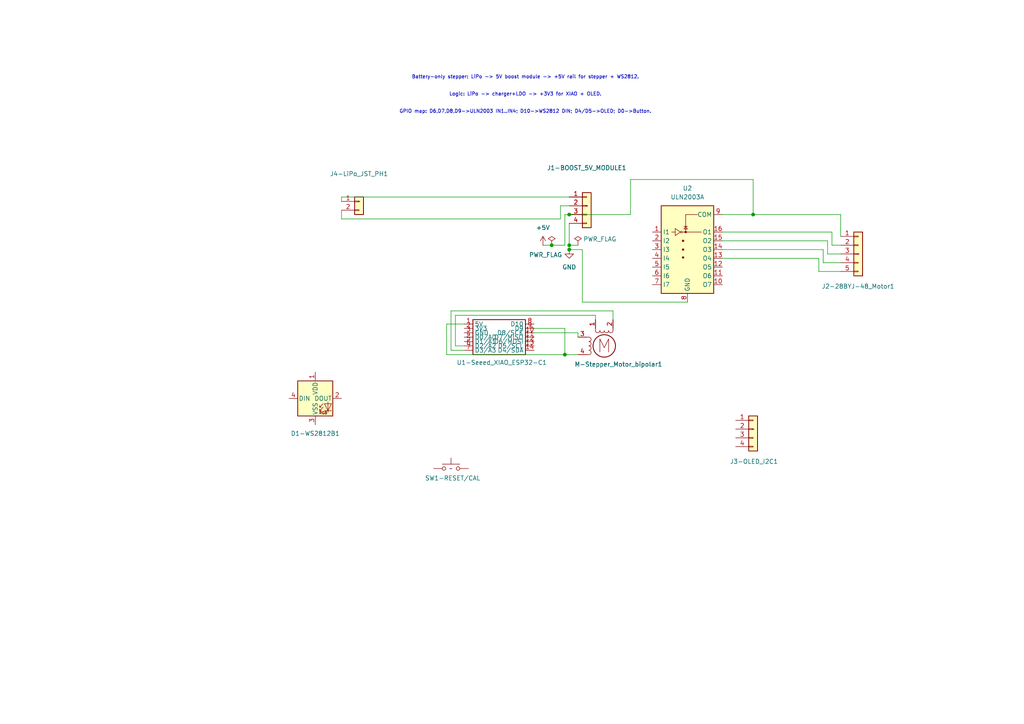
<source format=kicad_sch>
(kicad_sch
	(version 20250114)
	(generator "eeschema")
	(generator_version "9.0")
	(uuid "9b2f5272-f60c-4545-ba8e-e036ac46ecf8")
	(paper "A4")
	(title_block
		(title "Acoustic Dosimeter - Display PCB (Battery-only Stepper)")
		(rev "A")
		(company "TECHIN 514")
	)
	(lib_symbols
		(symbol "AcousticDosimeter:Seeed_XIAO_ESP32C3"
			(exclude_from_sim no)
			(in_bom yes)
			(on_board yes)
			(property "Reference" "U"
				(at 0 6 0)
				(effects
					(font
						(size 1.27 1.27)
					)
				)
			)
			(property "Value" "Seeed_XIAO_ESP32-C3"
				(at 0 -6 0)
				(effects
					(font
						(size 1.27 1.27)
					)
				)
			)
			(property "Footprint" ""
				(at 0 -7.5 0)
				(effects
					(font
						(size 1.27 1.27)
					)
					(hide yes)
				)
			)
			(property "Datasheet" "https://wiki.seeedstudio.com/XIAO_ESP32C3_Getting_Started/"
				(at 0 0 0)
				(effects
					(font
						(size 1.27 1.27)
					)
					(hide yes)
				)
			)
			(property "Description" ""
				(at 0 0 0)
				(effects
					(font
						(size 1.27 1.27)
					)
					(hide yes)
				)
			)
			(symbol "Seeed_XIAO_ESP32C3_0_0"
				(rectangle
					(start -7.62 5.08)
					(end 7.62 -5.08)
					(stroke
						(width 0.254)
						(type default)
					)
					(fill
						(type none)
					)
				)
				(pin power_in line
					(at -10.16 3.81 0)
					(length 2.54)
					(name "5V"
						(effects
							(font
								(size 1.27 1.27)
							)
						)
					)
					(number "1"
						(effects
							(font
								(size 1.27 1.27)
							)
						)
					)
				)
				(pin power_in line
					(at -10.16 2.54 0)
					(length 2.54)
					(name "3V3"
						(effects
							(font
								(size 1.27 1.27)
							)
						)
					)
					(number "2"
						(effects
							(font
								(size 1.27 1.27)
							)
						)
					)
				)
				(pin power_in line
					(at -10.16 1.27 0)
					(length 2.54)
					(name "GND"
						(effects
							(font
								(size 1.27 1.27)
							)
						)
					)
					(number "3"
						(effects
							(font
								(size 1.27 1.27)
							)
						)
					)
				)
				(pin bidirectional line
					(at -10.16 0 0)
					(length 2.54)
					(name "D0/A0"
						(effects
							(font
								(size 1.27 1.27)
							)
						)
					)
					(number "4"
						(effects
							(font
								(size 1.27 1.27)
							)
						)
					)
				)
				(pin bidirectional line
					(at -10.16 -1.27 0)
					(length 2.54)
					(name "D1/A1"
						(effects
							(font
								(size 1.27 1.27)
							)
						)
					)
					(number "5"
						(effects
							(font
								(size 1.27 1.27)
							)
						)
					)
				)
				(pin bidirectional line
					(at -10.16 -2.54 0)
					(length 2.54)
					(name "D2/A2"
						(effects
							(font
								(size 1.27 1.27)
							)
						)
					)
					(number "6"
						(effects
							(font
								(size 1.27 1.27)
							)
						)
					)
				)
				(pin bidirectional line
					(at -10.16 -3.81 0)
					(length 2.54)
					(name "D3/A3"
						(effects
							(font
								(size 1.27 1.27)
							)
						)
					)
					(number "7"
						(effects
							(font
								(size 1.27 1.27)
							)
						)
					)
				)
				(pin bidirectional line
					(at 10.16 3.81 180)
					(length 2.54)
					(name "D10"
						(effects
							(font
								(size 1.27 1.27)
							)
						)
					)
					(number "8"
						(effects
							(font
								(size 1.27 1.27)
							)
						)
					)
				)
				(pin bidirectional line
					(at 10.16 2.54 180)
					(length 2.54)
					(name "D9"
						(effects
							(font
								(size 1.27 1.27)
							)
						)
					)
					(number "9"
						(effects
							(font
								(size 1.27 1.27)
							)
						)
					)
				)
				(pin bidirectional line
					(at 10.16 1.27 180)
					(length 2.54)
					(name "D8/SCK"
						(effects
							(font
								(size 1.27 1.27)
							)
						)
					)
					(number "10"
						(effects
							(font
								(size 1.27 1.27)
							)
						)
					)
				)
				(pin bidirectional line
					(at 10.16 0 180)
					(length 2.54)
					(name "D7/MISO"
						(effects
							(font
								(size 1.27 1.27)
							)
						)
					)
					(number "11"
						(effects
							(font
								(size 1.27 1.27)
							)
						)
					)
				)
				(pin bidirectional line
					(at 10.16 -1.27 180)
					(length 2.54)
					(name "D6/MOSI"
						(effects
							(font
								(size 1.27 1.27)
							)
						)
					)
					(number "12"
						(effects
							(font
								(size 1.27 1.27)
							)
						)
					)
				)
				(pin bidirectional line
					(at 10.16 -2.54 180)
					(length 2.54)
					(name "D5/SCL"
						(effects
							(font
								(size 1.27 1.27)
							)
						)
					)
					(number "13"
						(effects
							(font
								(size 1.27 1.27)
							)
						)
					)
				)
				(pin bidirectional line
					(at 10.16 -3.81 180)
					(length 2.54)
					(name "D4/SDA"
						(effects
							(font
								(size 1.27 1.27)
							)
						)
					)
					(number "14"
						(effects
							(font
								(size 1.27 1.27)
							)
						)
					)
				)
			)
			(embedded_fonts no)
		)
		(symbol "Connector_Generic:Conn_01x02"
			(pin_names
				(offset 1.016)
				(hide yes)
			)
			(exclude_from_sim no)
			(in_bom yes)
			(on_board yes)
			(property "Reference" "J"
				(at 0 2.54 0)
				(effects
					(font
						(size 1.27 1.27)
					)
				)
			)
			(property "Value" "Conn_01x02"
				(at 0 -5.08 0)
				(effects
					(font
						(size 1.27 1.27)
					)
				)
			)
			(property "Footprint" ""
				(at 0 0 0)
				(effects
					(font
						(size 1.27 1.27)
					)
					(hide yes)
				)
			)
			(property "Datasheet" "~"
				(at 0 0 0)
				(effects
					(font
						(size 1.27 1.27)
					)
					(hide yes)
				)
			)
			(property "Description" "Generic connector, single row, 01x02, script generated (kicad-library-utils/schlib/autogen/connector/)"
				(at 0 0 0)
				(effects
					(font
						(size 1.27 1.27)
					)
					(hide yes)
				)
			)
			(property "ki_keywords" "connector"
				(at 0 0 0)
				(effects
					(font
						(size 1.27 1.27)
					)
					(hide yes)
				)
			)
			(property "ki_fp_filters" "Connector*:*_1x??_*"
				(at 0 0 0)
				(effects
					(font
						(size 1.27 1.27)
					)
					(hide yes)
				)
			)
			(symbol "Conn_01x02_1_1"
				(rectangle
					(start -1.27 1.27)
					(end 1.27 -3.81)
					(stroke
						(width 0.254)
						(type default)
					)
					(fill
						(type background)
					)
				)
				(rectangle
					(start -1.27 0.127)
					(end 0 -0.127)
					(stroke
						(width 0.1524)
						(type default)
					)
					(fill
						(type none)
					)
				)
				(rectangle
					(start -1.27 -2.413)
					(end 0 -2.667)
					(stroke
						(width 0.1524)
						(type default)
					)
					(fill
						(type none)
					)
				)
				(pin passive line
					(at -5.08 0 0)
					(length 3.81)
					(name "Pin_1"
						(effects
							(font
								(size 1.27 1.27)
							)
						)
					)
					(number "1"
						(effects
							(font
								(size 1.27 1.27)
							)
						)
					)
				)
				(pin passive line
					(at -5.08 -2.54 0)
					(length 3.81)
					(name "Pin_2"
						(effects
							(font
								(size 1.27 1.27)
							)
						)
					)
					(number "2"
						(effects
							(font
								(size 1.27 1.27)
							)
						)
					)
				)
			)
			(embedded_fonts no)
		)
		(symbol "Connector_Generic:Conn_01x04"
			(pin_names
				(offset 1.016)
				(hide yes)
			)
			(exclude_from_sim no)
			(in_bom yes)
			(on_board yes)
			(property "Reference" "J"
				(at 0 5.08 0)
				(effects
					(font
						(size 1.27 1.27)
					)
				)
			)
			(property "Value" "Conn_01x04"
				(at 0 -7.62 0)
				(effects
					(font
						(size 1.27 1.27)
					)
				)
			)
			(property "Footprint" ""
				(at 0 0 0)
				(effects
					(font
						(size 1.27 1.27)
					)
					(hide yes)
				)
			)
			(property "Datasheet" "~"
				(at 0 0 0)
				(effects
					(font
						(size 1.27 1.27)
					)
					(hide yes)
				)
			)
			(property "Description" "Generic connector, single row, 01x04, script generated (kicad-library-utils/schlib/autogen/connector/)"
				(at 0 0 0)
				(effects
					(font
						(size 1.27 1.27)
					)
					(hide yes)
				)
			)
			(property "ki_keywords" "connector"
				(at 0 0 0)
				(effects
					(font
						(size 1.27 1.27)
					)
					(hide yes)
				)
			)
			(property "ki_fp_filters" "Connector*:*_1x??_*"
				(at 0 0 0)
				(effects
					(font
						(size 1.27 1.27)
					)
					(hide yes)
				)
			)
			(symbol "Conn_01x04_1_1"
				(rectangle
					(start -1.27 3.81)
					(end 1.27 -6.35)
					(stroke
						(width 0.254)
						(type default)
					)
					(fill
						(type background)
					)
				)
				(rectangle
					(start -1.27 2.667)
					(end 0 2.413)
					(stroke
						(width 0.1524)
						(type default)
					)
					(fill
						(type none)
					)
				)
				(rectangle
					(start -1.27 0.127)
					(end 0 -0.127)
					(stroke
						(width 0.1524)
						(type default)
					)
					(fill
						(type none)
					)
				)
				(rectangle
					(start -1.27 -2.413)
					(end 0 -2.667)
					(stroke
						(width 0.1524)
						(type default)
					)
					(fill
						(type none)
					)
				)
				(rectangle
					(start -1.27 -4.953)
					(end 0 -5.207)
					(stroke
						(width 0.1524)
						(type default)
					)
					(fill
						(type none)
					)
				)
				(pin passive line
					(at -5.08 2.54 0)
					(length 3.81)
					(name "Pin_1"
						(effects
							(font
								(size 1.27 1.27)
							)
						)
					)
					(number "1"
						(effects
							(font
								(size 1.27 1.27)
							)
						)
					)
				)
				(pin passive line
					(at -5.08 0 0)
					(length 3.81)
					(name "Pin_2"
						(effects
							(font
								(size 1.27 1.27)
							)
						)
					)
					(number "2"
						(effects
							(font
								(size 1.27 1.27)
							)
						)
					)
				)
				(pin passive line
					(at -5.08 -2.54 0)
					(length 3.81)
					(name "Pin_3"
						(effects
							(font
								(size 1.27 1.27)
							)
						)
					)
					(number "3"
						(effects
							(font
								(size 1.27 1.27)
							)
						)
					)
				)
				(pin passive line
					(at -5.08 -5.08 0)
					(length 3.81)
					(name "Pin_4"
						(effects
							(font
								(size 1.27 1.27)
							)
						)
					)
					(number "4"
						(effects
							(font
								(size 1.27 1.27)
							)
						)
					)
				)
			)
			(embedded_fonts no)
		)
		(symbol "Connector_Generic:Conn_01x05"
			(pin_names
				(offset 1.016)
				(hide yes)
			)
			(exclude_from_sim no)
			(in_bom yes)
			(on_board yes)
			(property "Reference" "J"
				(at 0 7.62 0)
				(effects
					(font
						(size 1.27 1.27)
					)
				)
			)
			(property "Value" "Conn_01x05"
				(at 0 -7.62 0)
				(effects
					(font
						(size 1.27 1.27)
					)
				)
			)
			(property "Footprint" ""
				(at 0 0 0)
				(effects
					(font
						(size 1.27 1.27)
					)
					(hide yes)
				)
			)
			(property "Datasheet" "~"
				(at 0 0 0)
				(effects
					(font
						(size 1.27 1.27)
					)
					(hide yes)
				)
			)
			(property "Description" "Generic connector, single row, 01x05, script generated (kicad-library-utils/schlib/autogen/connector/)"
				(at 0 0 0)
				(effects
					(font
						(size 1.27 1.27)
					)
					(hide yes)
				)
			)
			(property "ki_keywords" "connector"
				(at 0 0 0)
				(effects
					(font
						(size 1.27 1.27)
					)
					(hide yes)
				)
			)
			(property "ki_fp_filters" "Connector*:*_1x??_*"
				(at 0 0 0)
				(effects
					(font
						(size 1.27 1.27)
					)
					(hide yes)
				)
			)
			(symbol "Conn_01x05_1_1"
				(rectangle
					(start -1.27 6.35)
					(end 1.27 -6.35)
					(stroke
						(width 0.254)
						(type default)
					)
					(fill
						(type background)
					)
				)
				(rectangle
					(start -1.27 5.207)
					(end 0 4.953)
					(stroke
						(width 0.1524)
						(type default)
					)
					(fill
						(type none)
					)
				)
				(rectangle
					(start -1.27 2.667)
					(end 0 2.413)
					(stroke
						(width 0.1524)
						(type default)
					)
					(fill
						(type none)
					)
				)
				(rectangle
					(start -1.27 0.127)
					(end 0 -0.127)
					(stroke
						(width 0.1524)
						(type default)
					)
					(fill
						(type none)
					)
				)
				(rectangle
					(start -1.27 -2.413)
					(end 0 -2.667)
					(stroke
						(width 0.1524)
						(type default)
					)
					(fill
						(type none)
					)
				)
				(rectangle
					(start -1.27 -4.953)
					(end 0 -5.207)
					(stroke
						(width 0.1524)
						(type default)
					)
					(fill
						(type none)
					)
				)
				(pin passive line
					(at -5.08 5.08 0)
					(length 3.81)
					(name "Pin_1"
						(effects
							(font
								(size 1.27 1.27)
							)
						)
					)
					(number "1"
						(effects
							(font
								(size 1.27 1.27)
							)
						)
					)
				)
				(pin passive line
					(at -5.08 2.54 0)
					(length 3.81)
					(name "Pin_2"
						(effects
							(font
								(size 1.27 1.27)
							)
						)
					)
					(number "2"
						(effects
							(font
								(size 1.27 1.27)
							)
						)
					)
				)
				(pin passive line
					(at -5.08 0 0)
					(length 3.81)
					(name "Pin_3"
						(effects
							(font
								(size 1.27 1.27)
							)
						)
					)
					(number "3"
						(effects
							(font
								(size 1.27 1.27)
							)
						)
					)
				)
				(pin passive line
					(at -5.08 -2.54 0)
					(length 3.81)
					(name "Pin_4"
						(effects
							(font
								(size 1.27 1.27)
							)
						)
					)
					(number "4"
						(effects
							(font
								(size 1.27 1.27)
							)
						)
					)
				)
				(pin passive line
					(at -5.08 -5.08 0)
					(length 3.81)
					(name "Pin_5"
						(effects
							(font
								(size 1.27 1.27)
							)
						)
					)
					(number "5"
						(effects
							(font
								(size 1.27 1.27)
							)
						)
					)
				)
			)
			(embedded_fonts no)
		)
		(symbol "Driver:ULN2003A"
			(pin_names
				(offset 0)
			)
			(exclude_from_sim no)
			(in_bom yes)
			(on_board yes)
			(property "Reference" ""
				(at 0 0 0)
				(effects
					(font
						(size 1.27 1.27)
					)
				)
			)
			(property "Value" ""
				(at 0 0 0)
				(effects
					(font
						(size 1.27 1.27)
					)
				)
			)
			(property "Footprint" ""
				(at 0 0 0)
				(effects
					(font
						(size 1.27 1.27)
					)
					(hide yes)
				)
			)
			(property "Datasheet" ""
				(at 0 0 0)
				(effects
					(font
						(size 1.27 1.27)
					)
					(hide yes)
				)
			)
			(property "Description" ""
				(at 0 0 0)
				(effects
					(font
						(size 1.27 1.27)
					)
					(hide yes)
				)
			)
			(embedded_fonts no)
		)
		(symbol "LED:WS2812B"
			(pin_names
				(offset 0.254)
			)
			(exclude_from_sim no)
			(in_bom yes)
			(on_board yes)
			(property "Reference" "D"
				(at 5.08 5.715 0)
				(effects
					(font
						(size 1.27 1.27)
					)
					(justify right bottom)
				)
			)
			(property "Value" "WS2812B"
				(at 1.27 -5.715 0)
				(effects
					(font
						(size 1.27 1.27)
					)
					(justify left top)
				)
			)
			(property "Footprint" "LED_SMD:LED_WS2812B_PLCC4_5.0x5.0mm_P3.2mm"
				(at 1.27 -7.62 0)
				(effects
					(font
						(size 1.27 1.27)
					)
					(justify left top)
					(hide yes)
				)
			)
			(property "Datasheet" "https://cdn-shop.adafruit.com/datasheets/WS2812B.pdf"
				(at 2.54 -9.525 0)
				(effects
					(font
						(size 1.27 1.27)
					)
					(justify left top)
					(hide yes)
				)
			)
			(property "Description" "RGB LED with integrated controller"
				(at 0 0 0)
				(effects
					(font
						(size 1.27 1.27)
					)
					(hide yes)
				)
			)
			(property "ki_keywords" "RGB LED NeoPixel addressable"
				(at 0 0 0)
				(effects
					(font
						(size 1.27 1.27)
					)
					(hide yes)
				)
			)
			(property "ki_fp_filters" "LED*WS2812*PLCC*5.0x5.0mm*P3.2mm*"
				(at 0 0 0)
				(effects
					(font
						(size 1.27 1.27)
					)
					(hide yes)
				)
			)
			(symbol "WS2812B_0_0"
				(text "RGB"
					(at 2.286 -4.191 0)
					(effects
						(font
							(size 0.762 0.762)
						)
					)
				)
			)
			(symbol "WS2812B_0_1"
				(polyline
					(pts
						(xy 1.27 -2.54) (xy 1.778 -2.54)
					)
					(stroke
						(width 0)
						(type default)
					)
					(fill
						(type none)
					)
				)
				(polyline
					(pts
						(xy 1.27 -3.556) (xy 1.778 -3.556)
					)
					(stroke
						(width 0)
						(type default)
					)
					(fill
						(type none)
					)
				)
				(polyline
					(pts
						(xy 2.286 -1.524) (xy 1.27 -2.54) (xy 1.27 -2.032)
					)
					(stroke
						(width 0)
						(type default)
					)
					(fill
						(type none)
					)
				)
				(polyline
					(pts
						(xy 2.286 -2.54) (xy 1.27 -3.556) (xy 1.27 -3.048)
					)
					(stroke
						(width 0)
						(type default)
					)
					(fill
						(type none)
					)
				)
				(polyline
					(pts
						(xy 3.683 -1.016) (xy 3.683 -3.556) (xy 3.683 -4.064)
					)
					(stroke
						(width 0)
						(type default)
					)
					(fill
						(type none)
					)
				)
				(polyline
					(pts
						(xy 4.699 -1.524) (xy 2.667 -1.524) (xy 3.683 -3.556) (xy 4.699 -1.524)
					)
					(stroke
						(width 0)
						(type default)
					)
					(fill
						(type none)
					)
				)
				(polyline
					(pts
						(xy 4.699 -3.556) (xy 2.667 -3.556)
					)
					(stroke
						(width 0)
						(type default)
					)
					(fill
						(type none)
					)
				)
				(rectangle
					(start 5.08 5.08)
					(end -5.08 -5.08)
					(stroke
						(width 0.254)
						(type default)
					)
					(fill
						(type background)
					)
				)
			)
			(symbol "WS2812B_1_1"
				(pin input line
					(at -7.62 0 0)
					(length 2.54)
					(name "DIN"
						(effects
							(font
								(size 1.27 1.27)
							)
						)
					)
					(number "4"
						(effects
							(font
								(size 1.27 1.27)
							)
						)
					)
				)
				(pin power_in line
					(at 0 7.62 270)
					(length 2.54)
					(name "VDD"
						(effects
							(font
								(size 1.27 1.27)
							)
						)
					)
					(number "1"
						(effects
							(font
								(size 1.27 1.27)
							)
						)
					)
				)
				(pin power_in line
					(at 0 -7.62 90)
					(length 2.54)
					(name "VSS"
						(effects
							(font
								(size 1.27 1.27)
							)
						)
					)
					(number "3"
						(effects
							(font
								(size 1.27 1.27)
							)
						)
					)
				)
				(pin output line
					(at 7.62 0 180)
					(length 2.54)
					(name "DOUT"
						(effects
							(font
								(size 1.27 1.27)
							)
						)
					)
					(number "2"
						(effects
							(font
								(size 1.27 1.27)
							)
						)
					)
				)
			)
			(embedded_fonts no)
		)
		(symbol "Motor:Stepper_Motor_bipolar"
			(pin_names
				(offset 0)
				(hide yes)
			)
			(exclude_from_sim no)
			(in_bom yes)
			(on_board yes)
			(property "Reference" "M"
				(at 3.81 2.54 0)
				(effects
					(font
						(size 1.27 1.27)
					)
					(justify left)
				)
			)
			(property "Value" "Stepper_Motor_bipolar"
				(at 3.81 1.27 0)
				(effects
					(font
						(size 1.27 1.27)
					)
					(justify left top)
				)
			)
			(property "Footprint" ""
				(at 0.254 -0.254 0)
				(effects
					(font
						(size 1.27 1.27)
					)
					(hide yes)
				)
			)
			(property "Datasheet" "http://www.infineon.com/dgdl/Application-Note-TLE8110EE_driving_UniPolarStepperMotor_V1.1.pdf?fileId=db3a30431be39b97011be5d0aa0a00b0"
				(at 0.254 -0.254 0)
				(effects
					(font
						(size 1.27 1.27)
					)
					(hide yes)
				)
			)
			(property "Description" "4-wire bipolar stepper motor"
				(at 0 0 0)
				(effects
					(font
						(size 1.27 1.27)
					)
					(hide yes)
				)
			)
			(property "ki_keywords" "bipolar stepper motor"
				(at 0 0 0)
				(effects
					(font
						(size 1.27 1.27)
					)
					(hide yes)
				)
			)
			(property "ki_fp_filters" "PinHeader*P2.54mm*Vertical* TerminalBlock* Motor*"
				(at 0 0 0)
				(effects
					(font
						(size 1.27 1.27)
					)
					(hide yes)
				)
			)
			(symbol "Stepper_Motor_bipolar_0_0"
				(polyline
					(pts
						(xy -1.27 -1.778) (xy -1.27 2.032) (xy 0 -0.508) (xy 1.27 2.032) (xy 1.27 -1.778)
					)
					(stroke
						(width 0)
						(type default)
					)
					(fill
						(type none)
					)
				)
			)
			(symbol "Stepper_Motor_bipolar_0_1"
				(polyline
					(pts
						(xy -5.08 2.54) (xy -4.445 2.54)
					)
					(stroke
						(width 0)
						(type default)
					)
					(fill
						(type none)
					)
				)
				(polyline
					(pts
						(xy -5.08 -2.54) (xy -4.445 -2.54)
					)
					(stroke
						(width 0)
						(type default)
					)
					(fill
						(type none)
					)
				)
				(arc
					(start -4.445 2.54)
					(mid -3.8127 1.905)
					(end -4.445 1.27)
					(stroke
						(width 0)
						(type default)
					)
					(fill
						(type none)
					)
				)
				(arc
					(start -4.445 1.27)
					(mid -3.8127 0.635)
					(end -4.445 0)
					(stroke
						(width 0)
						(type default)
					)
					(fill
						(type none)
					)
				)
				(arc
					(start -4.445 0)
					(mid -3.8127 -0.635)
					(end -4.445 -1.27)
					(stroke
						(width 0)
						(type default)
					)
					(fill
						(type none)
					)
				)
				(arc
					(start -4.445 -1.27)
					(mid -3.8127 -1.905)
					(end -4.445 -2.54)
					(stroke
						(width 0)
						(type default)
					)
					(fill
						(type none)
					)
				)
				(polyline
					(pts
						(xy -2.54 5.08) (xy -2.54 4.445)
					)
					(stroke
						(width 0)
						(type default)
					)
					(fill
						(type none)
					)
				)
				(arc
					(start -1.27 4.445)
					(mid -1.905 3.8127)
					(end -2.54 4.445)
					(stroke
						(width 0)
						(type default)
					)
					(fill
						(type none)
					)
				)
				(arc
					(start 0 4.445)
					(mid -0.635 3.8127)
					(end -1.27 4.445)
					(stroke
						(width 0)
						(type default)
					)
					(fill
						(type none)
					)
				)
				(circle
					(center 0 0)
					(radius 3.2512)
					(stroke
						(width 0.254)
						(type default)
					)
					(fill
						(type none)
					)
				)
				(arc
					(start 1.27 4.445)
					(mid 0.635 3.8127)
					(end 0 4.445)
					(stroke
						(width 0)
						(type default)
					)
					(fill
						(type none)
					)
				)
				(arc
					(start 2.54 4.445)
					(mid 1.905 3.8127)
					(end 1.27 4.445)
					(stroke
						(width 0)
						(type default)
					)
					(fill
						(type none)
					)
				)
				(polyline
					(pts
						(xy 2.54 5.08) (xy 2.54 4.445)
					)
					(stroke
						(width 0)
						(type default)
					)
					(fill
						(type none)
					)
				)
			)
			(symbol "Stepper_Motor_bipolar_1_1"
				(pin passive line
					(at -7.62 2.54 0)
					(length 2.54)
					(name "~"
						(effects
							(font
								(size 1.27 1.27)
							)
						)
					)
					(number "3"
						(effects
							(font
								(size 1.27 1.27)
							)
						)
					)
				)
				(pin passive line
					(at -7.62 -2.54 0)
					(length 2.54)
					(name "~"
						(effects
							(font
								(size 1.27 1.27)
							)
						)
					)
					(number "4"
						(effects
							(font
								(size 1.27 1.27)
							)
						)
					)
				)
				(pin passive line
					(at -2.54 7.62 270)
					(length 2.54)
					(name "~"
						(effects
							(font
								(size 1.27 1.27)
							)
						)
					)
					(number "1"
						(effects
							(font
								(size 1.27 1.27)
							)
						)
					)
				)
				(pin passive line
					(at 2.54 7.62 270)
					(length 2.54)
					(name "-"
						(effects
							(font
								(size 1.27 1.27)
							)
						)
					)
					(number "2"
						(effects
							(font
								(size 1.27 1.27)
							)
						)
					)
				)
			)
			(embedded_fonts no)
		)
		(symbol "Switch:SW_Push"
			(pin_numbers
				(hide yes)
			)
			(pin_names
				(offset 1.016)
				(hide yes)
			)
			(exclude_from_sim no)
			(in_bom yes)
			(on_board yes)
			(property "Reference" "SW"
				(at 1.27 2.54 0)
				(effects
					(font
						(size 1.27 1.27)
					)
					(justify left)
				)
			)
			(property "Value" "SW_Push"
				(at 0 -1.524 0)
				(effects
					(font
						(size 1.27 1.27)
					)
				)
			)
			(property "Footprint" ""
				(at 0 5.08 0)
				(effects
					(font
						(size 1.27 1.27)
					)
					(hide yes)
				)
			)
			(property "Datasheet" "~"
				(at 0 5.08 0)
				(effects
					(font
						(size 1.27 1.27)
					)
					(hide yes)
				)
			)
			(property "Description" "Push button switch, generic, two pins"
				(at 0 0 0)
				(effects
					(font
						(size 1.27 1.27)
					)
					(hide yes)
				)
			)
			(property "ki_keywords" "switch normally-open pushbutton push-button"
				(at 0 0 0)
				(effects
					(font
						(size 1.27 1.27)
					)
					(hide yes)
				)
			)
			(symbol "SW_Push_0_1"
				(circle
					(center -2.032 0)
					(radius 0.508)
					(stroke
						(width 0)
						(type default)
					)
					(fill
						(type none)
					)
				)
				(polyline
					(pts
						(xy 0 1.27) (xy 0 3.048)
					)
					(stroke
						(width 0)
						(type default)
					)
					(fill
						(type none)
					)
				)
				(circle
					(center 2.032 0)
					(radius 0.508)
					(stroke
						(width 0)
						(type default)
					)
					(fill
						(type none)
					)
				)
				(polyline
					(pts
						(xy 2.54 1.27) (xy -2.54 1.27)
					)
					(stroke
						(width 0)
						(type default)
					)
					(fill
						(type none)
					)
				)
				(pin passive line
					(at -5.08 0 0)
					(length 2.54)
					(name "1"
						(effects
							(font
								(size 1.27 1.27)
							)
						)
					)
					(number "1"
						(effects
							(font
								(size 1.27 1.27)
							)
						)
					)
				)
				(pin passive line
					(at 5.08 0 180)
					(length 2.54)
					(name "2"
						(effects
							(font
								(size 1.27 1.27)
							)
						)
					)
					(number "2"
						(effects
							(font
								(size 1.27 1.27)
							)
						)
					)
				)
			)
			(embedded_fonts no)
		)
		(symbol "Transistor_Array:ULN2003A"
			(exclude_from_sim no)
			(in_bom yes)
			(on_board yes)
			(property "Reference" "U"
				(at 0 15.875 0)
				(effects
					(font
						(size 1.27 1.27)
					)
				)
			)
			(property "Value" "ULN2003A"
				(at 0 13.97 0)
				(effects
					(font
						(size 1.27 1.27)
					)
				)
			)
			(property "Footprint" ""
				(at 1.27 -13.97 0)
				(effects
					(font
						(size 1.27 1.27)
					)
					(justify left)
					(hide yes)
				)
			)
			(property "Datasheet" "http://www.ti.com/lit/ds/symlink/uln2003a.pdf"
				(at 2.54 -5.08 0)
				(effects
					(font
						(size 1.27 1.27)
					)
					(hide yes)
				)
			)
			(property "Description" "High Voltage, High Current Darlington Transistor Arrays, SOIC16/SOIC16W/DIP16/TSSOP16"
				(at 0 0 0)
				(effects
					(font
						(size 1.27 1.27)
					)
					(hide yes)
				)
			)
			(property "ki_keywords" "darlington transistor array"
				(at 0 0 0)
				(effects
					(font
						(size 1.27 1.27)
					)
					(hide yes)
				)
			)
			(property "ki_fp_filters" "DIP*W7.62mm* SOIC*3.9x9.9mm*P1.27mm* SSOP*4.4x5.2mm*P0.65mm* TSSOP*4.4x5mm*P0.65mm* SOIC*W*5.3x10.2mm*P1.27mm*"
				(at 0 0 0)
				(effects
					(font
						(size 1.27 1.27)
					)
					(hide yes)
				)
			)
			(symbol "ULN2003A_0_1"
				(rectangle
					(start -7.62 -12.7)
					(end 7.62 12.7)
					(stroke
						(width 0.254)
						(type default)
					)
					(fill
						(type background)
					)
				)
				(polyline
					(pts
						(xy -4.572 5.08) (xy -3.556 5.08)
					)
					(stroke
						(width 0)
						(type default)
					)
					(fill
						(type none)
					)
				)
				(polyline
					(pts
						(xy -3.556 6.096) (xy -3.556 4.064) (xy -2.032 5.08) (xy -3.556 6.096)
					)
					(stroke
						(width 0)
						(type default)
					)
					(fill
						(type none)
					)
				)
				(circle
					(center -1.778 5.08)
					(radius 0.254)
					(stroke
						(width 0)
						(type default)
					)
					(fill
						(type none)
					)
				)
				(polyline
					(pts
						(xy -1.524 5.08) (xy 4.064 5.08)
					)
					(stroke
						(width 0)
						(type default)
					)
					(fill
						(type none)
					)
				)
				(circle
					(center -1.27 2.54)
					(radius 0.254)
					(stroke
						(width 0)
						(type default)
					)
					(fill
						(type outline)
					)
				)
				(circle
					(center -1.27 0)
					(radius 0.254)
					(stroke
						(width 0)
						(type default)
					)
					(fill
						(type outline)
					)
				)
				(circle
					(center -1.27 -2.286)
					(radius 0.254)
					(stroke
						(width 0)
						(type default)
					)
					(fill
						(type outline)
					)
				)
				(circle
					(center -0.508 5.08)
					(radius 0.254)
					(stroke
						(width 0)
						(type default)
					)
					(fill
						(type outline)
					)
				)
				(polyline
					(pts
						(xy -0.508 5.08) (xy -0.508 10.16) (xy 2.921 10.16)
					)
					(stroke
						(width 0)
						(type default)
					)
					(fill
						(type none)
					)
				)
				(polyline
					(pts
						(xy 0 6.731) (xy -1.016 6.731)
					)
					(stroke
						(width 0)
						(type default)
					)
					(fill
						(type none)
					)
				)
				(polyline
					(pts
						(xy 0 5.969) (xy -1.016 5.969) (xy -0.508 6.731) (xy 0 5.969)
					)
					(stroke
						(width 0)
						(type default)
					)
					(fill
						(type none)
					)
				)
			)
			(symbol "ULN2003A_1_1"
				(pin input line
					(at -10.16 5.08 0)
					(length 2.54)
					(name "I1"
						(effects
							(font
								(size 1.27 1.27)
							)
						)
					)
					(number "1"
						(effects
							(font
								(size 1.27 1.27)
							)
						)
					)
				)
				(pin input line
					(at -10.16 2.54 0)
					(length 2.54)
					(name "I2"
						(effects
							(font
								(size 1.27 1.27)
							)
						)
					)
					(number "2"
						(effects
							(font
								(size 1.27 1.27)
							)
						)
					)
				)
				(pin input line
					(at -10.16 0 0)
					(length 2.54)
					(name "I3"
						(effects
							(font
								(size 1.27 1.27)
							)
						)
					)
					(number "3"
						(effects
							(font
								(size 1.27 1.27)
							)
						)
					)
				)
				(pin input line
					(at -10.16 -2.54 0)
					(length 2.54)
					(name "I4"
						(effects
							(font
								(size 1.27 1.27)
							)
						)
					)
					(number "4"
						(effects
							(font
								(size 1.27 1.27)
							)
						)
					)
				)
				(pin input line
					(at -10.16 -5.08 0)
					(length 2.54)
					(name "I5"
						(effects
							(font
								(size 1.27 1.27)
							)
						)
					)
					(number "5"
						(effects
							(font
								(size 1.27 1.27)
							)
						)
					)
				)
				(pin input line
					(at -10.16 -7.62 0)
					(length 2.54)
					(name "I6"
						(effects
							(font
								(size 1.27 1.27)
							)
						)
					)
					(number "6"
						(effects
							(font
								(size 1.27 1.27)
							)
						)
					)
				)
				(pin input line
					(at -10.16 -10.16 0)
					(length 2.54)
					(name "I7"
						(effects
							(font
								(size 1.27 1.27)
							)
						)
					)
					(number "7"
						(effects
							(font
								(size 1.27 1.27)
							)
						)
					)
				)
				(pin power_in line
					(at 0 -15.24 90)
					(length 2.54)
					(name "GND"
						(effects
							(font
								(size 1.27 1.27)
							)
						)
					)
					(number "8"
						(effects
							(font
								(size 1.27 1.27)
							)
						)
					)
				)
				(pin passive line
					(at 10.16 10.16 180)
					(length 2.54)
					(name "COM"
						(effects
							(font
								(size 1.27 1.27)
							)
						)
					)
					(number "9"
						(effects
							(font
								(size 1.27 1.27)
							)
						)
					)
				)
				(pin open_collector line
					(at 10.16 5.08 180)
					(length 2.54)
					(name "O1"
						(effects
							(font
								(size 1.27 1.27)
							)
						)
					)
					(number "16"
						(effects
							(font
								(size 1.27 1.27)
							)
						)
					)
				)
				(pin open_collector line
					(at 10.16 2.54 180)
					(length 2.54)
					(name "O2"
						(effects
							(font
								(size 1.27 1.27)
							)
						)
					)
					(number "15"
						(effects
							(font
								(size 1.27 1.27)
							)
						)
					)
				)
				(pin open_collector line
					(at 10.16 0 180)
					(length 2.54)
					(name "O3"
						(effects
							(font
								(size 1.27 1.27)
							)
						)
					)
					(number "14"
						(effects
							(font
								(size 1.27 1.27)
							)
						)
					)
				)
				(pin open_collector line
					(at 10.16 -2.54 180)
					(length 2.54)
					(name "O4"
						(effects
							(font
								(size 1.27 1.27)
							)
						)
					)
					(number "13"
						(effects
							(font
								(size 1.27 1.27)
							)
						)
					)
				)
				(pin open_collector line
					(at 10.16 -5.08 180)
					(length 2.54)
					(name "O5"
						(effects
							(font
								(size 1.27 1.27)
							)
						)
					)
					(number "12"
						(effects
							(font
								(size 1.27 1.27)
							)
						)
					)
				)
				(pin open_collector line
					(at 10.16 -7.62 180)
					(length 2.54)
					(name "O6"
						(effects
							(font
								(size 1.27 1.27)
							)
						)
					)
					(number "11"
						(effects
							(font
								(size 1.27 1.27)
							)
						)
					)
				)
				(pin open_collector line
					(at 10.16 -10.16 180)
					(length 2.54)
					(name "O7"
						(effects
							(font
								(size 1.27 1.27)
							)
						)
					)
					(number "10"
						(effects
							(font
								(size 1.27 1.27)
							)
						)
					)
				)
			)
			(embedded_fonts no)
		)
		(symbol "power:+5V"
			(power)
			(pin_numbers
				(hide yes)
			)
			(pin_names
				(offset 0)
				(hide yes)
			)
			(exclude_from_sim no)
			(in_bom yes)
			(on_board yes)
			(property "Reference" "#PWR"
				(at 0 -3.81 0)
				(effects
					(font
						(size 1.27 1.27)
					)
					(hide yes)
				)
			)
			(property "Value" "+5V"
				(at 0 3.556 0)
				(effects
					(font
						(size 1.27 1.27)
					)
				)
			)
			(property "Footprint" ""
				(at 0 0 0)
				(effects
					(font
						(size 1.27 1.27)
					)
					(hide yes)
				)
			)
			(property "Datasheet" ""
				(at 0 0 0)
				(effects
					(font
						(size 1.27 1.27)
					)
					(hide yes)
				)
			)
			(property "Description" "Power symbol creates a global label with name \"+5V\""
				(at 0 0 0)
				(effects
					(font
						(size 1.27 1.27)
					)
					(hide yes)
				)
			)
			(property "ki_keywords" "global power"
				(at 0 0 0)
				(effects
					(font
						(size 1.27 1.27)
					)
					(hide yes)
				)
			)
			(symbol "+5V_0_1"
				(polyline
					(pts
						(xy -0.762 1.27) (xy 0 2.54)
					)
					(stroke
						(width 0)
						(type default)
					)
					(fill
						(type none)
					)
				)
				(polyline
					(pts
						(xy 0 2.54) (xy 0.762 1.27)
					)
					(stroke
						(width 0)
						(type default)
					)
					(fill
						(type none)
					)
				)
				(polyline
					(pts
						(xy 0 0) (xy 0 2.54)
					)
					(stroke
						(width 0)
						(type default)
					)
					(fill
						(type none)
					)
				)
			)
			(symbol "+5V_1_1"
				(pin power_in line
					(at 0 0 90)
					(length 0)
					(name "~"
						(effects
							(font
								(size 1.27 1.27)
							)
						)
					)
					(number "1"
						(effects
							(font
								(size 1.27 1.27)
							)
						)
					)
				)
			)
			(embedded_fonts no)
		)
		(symbol "power:GND"
			(power)
			(pin_numbers
				(hide yes)
			)
			(pin_names
				(offset 0)
				(hide yes)
			)
			(exclude_from_sim no)
			(in_bom yes)
			(on_board yes)
			(property "Reference" "#PWR"
				(at 0 -6.35 0)
				(effects
					(font
						(size 1.27 1.27)
					)
					(hide yes)
				)
			)
			(property "Value" "GND"
				(at 0 -3.81 0)
				(effects
					(font
						(size 1.27 1.27)
					)
				)
			)
			(property "Footprint" ""
				(at 0 0 0)
				(effects
					(font
						(size 1.27 1.27)
					)
					(hide yes)
				)
			)
			(property "Datasheet" ""
				(at 0 0 0)
				(effects
					(font
						(size 1.27 1.27)
					)
					(hide yes)
				)
			)
			(property "Description" "Power symbol creates a global label with name \"GND\" , ground"
				(at 0 0 0)
				(effects
					(font
						(size 1.27 1.27)
					)
					(hide yes)
				)
			)
			(property "ki_keywords" "global power"
				(at 0 0 0)
				(effects
					(font
						(size 1.27 1.27)
					)
					(hide yes)
				)
			)
			(symbol "GND_0_1"
				(polyline
					(pts
						(xy 0 0) (xy 0 -1.27) (xy 1.27 -1.27) (xy 0 -2.54) (xy -1.27 -1.27) (xy 0 -1.27)
					)
					(stroke
						(width 0)
						(type default)
					)
					(fill
						(type none)
					)
				)
			)
			(symbol "GND_1_1"
				(pin power_in line
					(at 0 0 270)
					(length 0)
					(name "~"
						(effects
							(font
								(size 1.27 1.27)
							)
						)
					)
					(number "1"
						(effects
							(font
								(size 1.27 1.27)
							)
						)
					)
				)
			)
			(embedded_fonts no)
		)
		(symbol "power:PWR_FLAG"
			(power)
			(pin_numbers
				(hide yes)
			)
			(pin_names
				(offset 0)
				(hide yes)
			)
			(exclude_from_sim no)
			(in_bom yes)
			(on_board yes)
			(property "Reference" "#FLG"
				(at 0 1.905 0)
				(effects
					(font
						(size 1.27 1.27)
					)
					(hide yes)
				)
			)
			(property "Value" "PWR_FLAG"
				(at 0 3.81 0)
				(effects
					(font
						(size 1.27 1.27)
					)
				)
			)
			(property "Footprint" ""
				(at 0 0 0)
				(effects
					(font
						(size 1.27 1.27)
					)
					(hide yes)
				)
			)
			(property "Datasheet" "~"
				(at 0 0 0)
				(effects
					(font
						(size 1.27 1.27)
					)
					(hide yes)
				)
			)
			(property "Description" "Special symbol for telling ERC where power comes from"
				(at 0 0 0)
				(effects
					(font
						(size 1.27 1.27)
					)
					(hide yes)
				)
			)
			(property "ki_keywords" "flag power"
				(at 0 0 0)
				(effects
					(font
						(size 1.27 1.27)
					)
					(hide yes)
				)
			)
			(symbol "PWR_FLAG_0_0"
				(pin power_out line
					(at 0 0 90)
					(length 0)
					(name "~"
						(effects
							(font
								(size 1.27 1.27)
							)
						)
					)
					(number "1"
						(effects
							(font
								(size 1.27 1.27)
							)
						)
					)
				)
			)
			(symbol "PWR_FLAG_0_1"
				(polyline
					(pts
						(xy 0 0) (xy 0 1.27) (xy -1.016 1.905) (xy 0 2.54) (xy 1.016 1.905) (xy 0 1.27)
					)
					(stroke
						(width 0)
						(type default)
					)
					(fill
						(type none)
					)
				)
			)
			(embedded_fonts no)
		)
	)
	(text "Logic: LiPo -> charger+LDO -> +3V3 for XIAO + OLED."
		(exclude_from_sim no)
		(at 152.4 27.432 0)
		(effects
			(font
				(size 1 1)
			)
		)
		(uuid "3e2b10f3-42ef-4f01-8d5c-cb0804ad8c88")
	)
	(text "Battery-only stepper: LiPo -> 5V boost module -> +5V rail for stepper + WS2812."
		(exclude_from_sim no)
		(at 152.4 22.432 0)
		(effects
			(font
				(size 1 1)
			)
		)
		(uuid "8a4eb617-b90c-4183-bd81-0394444c480b")
	)
	(text "GPIO map: D6,D7,D8,D9->ULN2003 IN1..IN4; D10->WS2812 DIN; D4/D5->OLED; D0->Button."
		(exclude_from_sim no)
		(at 152.4 32.432 0)
		(effects
			(font
				(size 1 1)
			)
		)
		(uuid "aab86bde-40a2-4701-8b72-95d02bdfac1f")
	)
	(junction
		(at 165.1 71.12)
		(diameter 0)
		(color 0 0 0 0)
		(uuid "10ee8d09-a97e-40e0-a40d-f7650b58f54f")
	)
	(junction
		(at 165.1 72.39)
		(diameter 0)
		(color 0 0 0 0)
		(uuid "27ade81c-adad-4510-9217-a87c47dd0459")
	)
	(junction
		(at 165.1 62.23)
		(diameter 0)
		(color 0 0 0 0)
		(uuid "c946f50e-6b4e-4200-907c-e0c65f3b78ff")
	)
	(junction
		(at 163.83 102.87)
		(diameter 0)
		(color 0 0 0 0)
		(uuid "cc47494c-d85a-44f1-a4c1-07a22ff6bc82")
	)
	(junction
		(at 218.44 62.23)
		(diameter 0)
		(color 0 0 0 0)
		(uuid "d131530d-9426-4d97-a31c-95f19fbc044d")
	)
	(junction
		(at 160.02 71.12)
		(diameter 0)
		(color 0 0 0 0)
		(uuid "ffae53c2-16ec-411e-a151-2097279e7c54")
	)
	(wire
		(pts
			(xy 218.44 62.23) (xy 243.84 62.23)
		)
		(stroke
			(width 0)
			(type default)
		)
		(uuid "0dd71415-25d5-4fa5-b145-9f42c52fe4c7")
	)
	(wire
		(pts
			(xy 130.81 90.17) (xy 177.8 90.17)
		)
		(stroke
			(width 0)
			(type default)
		)
		(uuid "17dafa13-08b4-43c3-889e-2f22a5d660b9")
	)
	(wire
		(pts
			(xy 218.44 52.07) (xy 218.44 62.23)
		)
		(stroke
			(width 0)
			(type default)
		)
		(uuid "18ac1770-a338-4abc-bd34-c0aad8a71828")
	)
	(wire
		(pts
			(xy 160.02 71.12) (xy 163.83 71.12)
		)
		(stroke
			(width 0)
			(type default)
		)
		(uuid "19854182-7bcc-497b-a811-870212201f50")
	)
	(wire
		(pts
			(xy 167.64 96.52) (xy 167.64 97.79)
		)
		(stroke
			(width 0)
			(type default)
		)
		(uuid "1b45b589-3bd4-4567-bcb7-8f33d6be8a44")
	)
	(wire
		(pts
			(xy 209.55 62.23) (xy 218.44 62.23)
		)
		(stroke
			(width 0)
			(type default)
		)
		(uuid "226884b0-8545-494a-a4e1-4020754c9b1d")
	)
	(wire
		(pts
			(xy 163.83 102.87) (xy 167.64 102.87)
		)
		(stroke
			(width 0)
			(type default)
		)
		(uuid "2cd7768b-3f8e-4f8a-8bd6-f4e7bb8b52c2")
	)
	(wire
		(pts
			(xy 209.55 69.85) (xy 240.03 69.85)
		)
		(stroke
			(width 0)
			(type default)
		)
		(uuid "31e009d9-f502-46d7-a767-f2106d8b62ee")
	)
	(wire
		(pts
			(xy 182.88 52.07) (xy 218.44 52.07)
		)
		(stroke
			(width 0)
			(type default)
		)
		(uuid "33196e32-2b65-4384-bc46-14808772a66d")
	)
	(wire
		(pts
			(xy 129.54 102.87) (xy 163.83 102.87)
		)
		(stroke
			(width 0)
			(type default)
		)
		(uuid "3581846a-3b53-4686-87fb-e7428d2d74d6")
	)
	(wire
		(pts
			(xy 165.1 71.12) (xy 165.1 72.39)
		)
		(stroke
			(width 0)
			(type default)
		)
		(uuid "3e5bd102-29ee-4428-bc0a-19aeded595c9")
	)
	(wire
		(pts
			(xy 209.55 67.31) (xy 241.3 67.31)
		)
		(stroke
			(width 0)
			(type default)
		)
		(uuid "3e9c5205-6299-4ab7-bf58-f973a30bb353")
	)
	(wire
		(pts
			(xy 165.1 64.77) (xy 165.1 71.12)
		)
		(stroke
			(width 0)
			(type default)
		)
		(uuid "43f24eb7-109a-477b-ba0e-d1bcb1c335a9")
	)
	(wire
		(pts
			(xy 129.54 93.98) (xy 134.62 93.98)
		)
		(stroke
			(width 0)
			(type default)
		)
		(uuid "4ef5f062-07d7-4190-be91-727df7a1fb04")
	)
	(wire
		(pts
			(xy 130.81 101.6) (xy 130.81 90.17)
		)
		(stroke
			(width 0)
			(type default)
		)
		(uuid "53b6c4b9-ef51-421a-b743-32b2ca8b4632")
	)
	(wire
		(pts
			(xy 154.94 96.52) (xy 167.64 96.52)
		)
		(stroke
			(width 0)
			(type default)
		)
		(uuid "5562858c-5912-4760-8db6-f9cda728ee1c")
	)
	(wire
		(pts
			(xy 129.54 102.87) (xy 129.54 93.98)
		)
		(stroke
			(width 0)
			(type default)
		)
		(uuid "55d44a43-2d33-4e6c-b231-1e1d093e8743")
	)
	(wire
		(pts
			(xy 199.39 87.63) (xy 168.91 87.63)
		)
		(stroke
			(width 0)
			(type default)
		)
		(uuid "5afd39a3-eb63-462c-8532-0082d0d47d54")
	)
	(wire
		(pts
			(xy 237.49 78.74) (xy 243.84 78.74)
		)
		(stroke
			(width 0)
			(type default)
		)
		(uuid "5ea5d25c-13d8-4ae5-b978-54576fb45d98")
	)
	(wire
		(pts
			(xy 99.06 60.96) (xy 99.06 63.5)
		)
		(stroke
			(width 0)
			(type default)
		)
		(uuid "706b27be-94b3-43d8-970e-d7445f09adc6")
	)
	(wire
		(pts
			(xy 237.49 74.93) (xy 237.49 78.74)
		)
		(stroke
			(width 0)
			(type default)
		)
		(uuid "71bca857-f8e0-4606-ba92-b4ec8e7c6f25")
	)
	(wire
		(pts
			(xy 163.83 71.12) (xy 163.83 62.23)
		)
		(stroke
			(width 0)
			(type default)
		)
		(uuid "7eb38163-2cab-4f51-ac0d-c2dd348cb268")
	)
	(wire
		(pts
			(xy 99.06 58.42) (xy 99.06 57.15)
		)
		(stroke
			(width 0)
			(type default)
		)
		(uuid "7fdd7db0-3647-4e28-8dd9-416175ec0a81")
	)
	(wire
		(pts
			(xy 209.55 74.93) (xy 237.49 74.93)
		)
		(stroke
			(width 0)
			(type default)
		)
		(uuid "82593031-9691-4db4-b26c-ad0955927cfb")
	)
	(wire
		(pts
			(xy 162.56 59.69) (xy 165.1 59.69)
		)
		(stroke
			(width 0)
			(type default)
		)
		(uuid "8abe2b75-bf1d-4ec9-8434-ce1398a32163")
	)
	(wire
		(pts
			(xy 132.08 100.33) (xy 132.08 91.44)
		)
		(stroke
			(width 0)
			(type default)
		)
		(uuid "8d669c11-b724-45d4-8502-953349362834")
	)
	(wire
		(pts
			(xy 241.3 71.12) (xy 243.84 71.12)
		)
		(stroke
			(width 0)
			(type default)
		)
		(uuid "90ac066b-2fcd-499a-a41b-63be3b1ae826")
	)
	(wire
		(pts
			(xy 157.48 71.12) (xy 160.02 71.12)
		)
		(stroke
			(width 0)
			(type default)
		)
		(uuid "90bf9562-bb06-49ea-b830-f9e6aeb7d38e")
	)
	(wire
		(pts
			(xy 238.76 76.2) (xy 243.84 76.2)
		)
		(stroke
			(width 0)
			(type default)
		)
		(uuid "91cdef6c-8fc4-43c5-aa6a-c0f529ef6757")
	)
	(wire
		(pts
			(xy 167.64 71.12) (xy 165.1 71.12)
		)
		(stroke
			(width 0)
			(type default)
		)
		(uuid "9209a380-5bb8-4ccf-bcb8-dc1179b41c0e")
	)
	(wire
		(pts
			(xy 162.56 63.5) (xy 162.56 59.69)
		)
		(stroke
			(width 0)
			(type default)
		)
		(uuid "9d293524-fcc7-4a35-a731-ecfd45b20a82")
	)
	(wire
		(pts
			(xy 99.06 57.15) (xy 165.1 57.15)
		)
		(stroke
			(width 0)
			(type default)
		)
		(uuid "a72c95e7-5676-4dc5-8d64-9e4bdb945257")
	)
	(wire
		(pts
			(xy 134.62 100.33) (xy 132.08 100.33)
		)
		(stroke
			(width 0)
			(type default)
		)
		(uuid "aaf00577-e3a4-4af3-8d88-fdf3e52e98f8")
	)
	(wire
		(pts
			(xy 132.08 91.44) (xy 172.72 91.44)
		)
		(stroke
			(width 0)
			(type default)
		)
		(uuid "b09bb5b8-fe19-4012-af0d-e9896d364886")
	)
	(wire
		(pts
			(xy 163.83 95.25) (xy 163.83 102.87)
		)
		(stroke
			(width 0)
			(type default)
		)
		(uuid "b0fa325a-fd9a-43a7-b35e-7d0928397be0")
	)
	(wire
		(pts
			(xy 99.06 63.5) (xy 162.56 63.5)
		)
		(stroke
			(width 0)
			(type default)
		)
		(uuid "b1887371-a5b0-4cfc-9d15-032fe16aede8")
	)
	(wire
		(pts
			(xy 240.03 69.85) (xy 240.03 73.66)
		)
		(stroke
			(width 0)
			(type default)
		)
		(uuid "b8d70ed6-59c5-43a5-9734-19f24a34d89c")
	)
	(wire
		(pts
			(xy 168.91 72.39) (xy 165.1 72.39)
		)
		(stroke
			(width 0)
			(type default)
		)
		(uuid "b9a874db-c822-43d7-8f73-0b43ac9f036e")
	)
	(wire
		(pts
			(xy 154.94 95.25) (xy 163.83 95.25)
		)
		(stroke
			(width 0)
			(type default)
		)
		(uuid "bb40a04e-0cc6-41b6-a37a-a951711fd57a")
	)
	(wire
		(pts
			(xy 209.55 72.39) (xy 238.76 72.39)
		)
		(stroke
			(width 0)
			(type default)
		)
		(uuid "c311ce7c-c129-44e1-a5d8-3f3840125e07")
	)
	(wire
		(pts
			(xy 168.91 87.63) (xy 168.91 72.39)
		)
		(stroke
			(width 0)
			(type default)
		)
		(uuid "c5fa79d9-704a-4a67-8b12-47113a146dc7")
	)
	(wire
		(pts
			(xy 134.62 101.6) (xy 130.81 101.6)
		)
		(stroke
			(width 0)
			(type default)
		)
		(uuid "c8354c9c-7e0e-4587-a020-afb2b959c470")
	)
	(wire
		(pts
			(xy 172.72 91.44) (xy 172.72 92.71)
		)
		(stroke
			(width 0)
			(type default)
		)
		(uuid "c93939d1-2038-4704-993a-f4c2b57a7888")
	)
	(wire
		(pts
			(xy 241.3 67.31) (xy 241.3 71.12)
		)
		(stroke
			(width 0)
			(type default)
		)
		(uuid "d36f9603-f738-4338-aa2d-4d15774a65ca")
	)
	(wire
		(pts
			(xy 243.84 62.23) (xy 243.84 68.58)
		)
		(stroke
			(width 0)
			(type default)
		)
		(uuid "d6bc79b7-62a4-4404-a1d8-cf7d123006f2")
	)
	(wire
		(pts
			(xy 165.1 62.23) (xy 182.88 62.23)
		)
		(stroke
			(width 0)
			(type default)
		)
		(uuid "efd34d62-96ae-493a-911d-cef6ce0d31c8")
	)
	(wire
		(pts
			(xy 177.8 90.17) (xy 177.8 92.71)
		)
		(stroke
			(width 0)
			(type default)
		)
		(uuid "f150e18d-b99f-40aa-b303-c07a4a97c2a3")
	)
	(wire
		(pts
			(xy 182.88 62.23) (xy 182.88 52.07)
		)
		(stroke
			(width 0)
			(type default)
		)
		(uuid "f4757895-ebd1-4b17-9aaa-1604378e2253")
	)
	(wire
		(pts
			(xy 163.83 62.23) (xy 165.1 62.23)
		)
		(stroke
			(width 0)
			(type default)
		)
		(uuid "f4983354-768a-4773-9a49-64ada5515837")
	)
	(wire
		(pts
			(xy 238.76 72.39) (xy 238.76 76.2)
		)
		(stroke
			(width 0)
			(type default)
		)
		(uuid "f4c977e3-3fcd-4d01-ad34-76a3099958b8")
	)
	(wire
		(pts
			(xy 240.03 73.66) (xy 243.84 73.66)
		)
		(stroke
			(width 0)
			(type default)
		)
		(uuid "fcdd981e-a9f4-4209-a7e7-84ed3b221513")
	)
	(symbol
		(lib_id "Motor:Stepper_Motor_bipolar")
		(at 175.26 100.33 0)
		(unit 1)
		(exclude_from_sim no)
		(in_bom yes)
		(on_board yes)
		(dnp no)
		(uuid "04bc7e22-b2bf-4d02-b4e6-275836f282b1")
		(property "Reference" "M-Stepper_Motor_bipolar1"
			(at 166.624 105.664 0)
			(effects
				(font
					(size 1.27 1.27)
				)
				(justify left)
			)
		)
		(property "Value" "Stepper_Motor_bipolar"
			(at 180.34 100.749 0)
			(effects
				(font
					(size 1.27 1.27)
				)
				(justify left)
				(hide yes)
			)
		)
		(property "Footprint" ""
			(at 175.514 100.584 0)
			(effects
				(font
					(size 1.27 1.27)
				)
				(hide yes)
			)
		)
		(property "Datasheet" "http://www.infineon.com/dgdl/Application-Note-TLE8110EE_driving_UniPolarStepperMotor_V1.1.pdf?fileId=db3a30431be39b97011be5d0aa0a00b0"
			(at 175.514 100.584 0)
			(effects
				(font
					(size 1.27 1.27)
				)
				(hide yes)
			)
		)
		(property "Description" "4-wire bipolar stepper motor"
			(at 175.26 100.33 0)
			(effects
				(font
					(size 1.27 1.27)
				)
				(hide yes)
			)
		)
		(pin "4"
			(uuid "8f65cad3-8f06-4f1a-9142-0a477ce387a7")
		)
		(pin "1"
			(uuid "266e04eb-f578-4f94-8e87-f91538ed86cb")
		)
		(pin "2"
			(uuid "92519b8c-8080-4974-a2b6-03492c9757ad")
		)
		(pin "3"
			(uuid "22609e2c-9a48-40fc-8a66-37869b0e9534")
		)
		(instances
			(project ""
				(path "/9b2f5272-f60c-4545-ba8e-e036ac46ecf8"
					(reference "M-Stepper_Motor_bipolar1")
					(unit 1)
				)
			)
		)
	)
	(symbol
		(lib_id "Switch:SW_Push")
		(at 130.81 135.89 0)
		(unit 1)
		(exclude_from_sim no)
		(in_bom yes)
		(on_board yes)
		(dnp no)
		(uuid "14738ea9-3d7d-48c1-af5b-5492f1cdb054")
		(property "Reference" "SW1-RESET/CAL"
			(at 131.318 138.684 0)
			(effects
				(font
					(size 1.27 1.27)
				)
			)
		)
		(property "Value" "RESET/CAL"
			(at 130.81 142.89 0)
			(effects
				(font
					(size 1.27 1.27)
				)
				(hide yes)
			)
		)
		(property "Footprint" ""
			(at 130.81 135.89 0)
			(effects
				(font
					(size 1.27 1.27)
				)
			)
		)
		(property "Datasheet" "~"
			(at 130.81 135.89 0)
			(effects
				(font
					(size 1.27 1.27)
				)
			)
		)
		(property "Description" "Push button switch, generic, two pins"
			(at 130.81 135.89 0)
			(effects
				(font
					(size 1.27 1.27)
				)
				(hide yes)
			)
		)
		(pin "2"
			(uuid "92ce3b25-634c-4d70-803f-0474a4791c8d")
		)
		(pin "1"
			(uuid "531f5da1-8180-46c7-bd48-e0a9bf64d010")
		)
		(instances
			(project "AcousticDosimeter_display"
				(path "/9b2f5272-f60c-4545-ba8e-e036ac46ecf8"
					(reference "SW1-RESET/CAL")
					(unit 1)
				)
			)
		)
	)
	(symbol
		(lib_id "LED:WS2812B")
		(at 91.44 115.57 0)
		(unit 1)
		(exclude_from_sim no)
		(in_bom yes)
		(on_board yes)
		(dnp no)
		(uuid "1b815a69-30f3-4056-9b46-2c4314eda56e")
		(property "Reference" "D1-WS2812B1"
			(at 91.44 125.73 0)
			(effects
				(font
					(size 1.27 1.27)
				)
			)
		)
		(property "Value" "WS2812B"
			(at 91.44 123.57 0)
			(effects
				(font
					(size 1.27 1.27)
				)
				(hide yes)
			)
		)
		(property "Footprint" "LED_SMD:LED_WS2812B_PLCC4_5.0x5.0mm_P3.2mm"
			(at 92.71 104.394 0)
			(effects
				(font
					(size 1.27 1.27)
				)
				(hide yes)
			)
		)
		(property "Datasheet" "https://cdn-shop.adafruit.com/datasheets/WS2812B.pdf"
			(at 91.44 115.57 0)
			(effects
				(font
					(size 1.27 1.27)
				)
				(hide yes)
			)
		)
		(property "Description" "RGB LED with integrated controller"
			(at 91.44 125.984 0)
			(effects
				(font
					(size 1.27 1.27)
				)
				(hide yes)
			)
		)
		(pin "1"
			(uuid "102d5b6a-434d-428e-be31-6ad5481ee12a")
		)
		(pin "2"
			(uuid "79c50d5f-3512-4f3c-be73-97369c28b838")
		)
		(pin "4"
			(uuid "e384d974-5c16-4a0e-a405-5fdfbf0fcaf9")
		)
		(pin "3"
			(uuid "53d3c6e1-c18a-4ee1-a805-7de40e46370f")
		)
		(instances
			(project "AcousticDosimeter_display"
				(path "/9b2f5272-f60c-4545-ba8e-e036ac46ecf8"
					(reference "D1-WS2812B1")
					(unit 1)
				)
			)
		)
	)
	(symbol
		(lib_id "Connector_Generic:Conn_01x02")
		(at 104.14 58.42 0)
		(unit 1)
		(exclude_from_sim no)
		(in_bom yes)
		(on_board yes)
		(dnp no)
		(uuid "53c07fc4-aa1c-432d-a378-87472a8f341a")
		(property "Reference" "J4-LiPo_JST_PH1"
			(at 104.14 50.42 0)
			(effects
				(font
					(size 1.27 1.27)
				)
			)
		)
		(property "Value" "LiPo_JST_PH"
			(at 104.14 66.42 0)
			(effects
				(font
					(size 1.27 1.27)
				)
				(hide yes)
			)
		)
		(property "Footprint" ""
			(at 104.14 58.42 0)
			(effects
				(font
					(size 1.27 1.27)
				)
			)
		)
		(property "Datasheet" "~"
			(at 104.14 58.42 0)
			(effects
				(font
					(size 1.27 1.27)
				)
			)
		)
		(property "Description" "Generic connector, single row, 01x02, script generated (kicad-library-utils/schlib/autogen/connector/)"
			(at 105.26 54.39 0)
			(effects
				(font
					(size 1.27 1.27)
				)
				(hide yes)
			)
		)
		(pin "2"
			(uuid "f9b47aa4-7196-4f9d-a86e-f48fa3e71a4c")
		)
		(pin "1"
			(uuid "3ba2937b-8b2d-4ae1-aaf8-3fb07be66503")
		)
		(instances
			(project "AcousticDosimeter_display"
				(path "/9b2f5272-f60c-4545-ba8e-e036ac46ecf8"
					(reference "J4-LiPo_JST_PH1")
					(unit 1)
				)
			)
		)
	)
	(symbol
		(lib_id "AcousticDosimeter:Seeed_XIAO_ESP32C3")
		(at 144.78 97.79 0)
		(unit 1)
		(exclude_from_sim no)
		(in_bom yes)
		(on_board yes)
		(dnp no)
		(uuid "540f73c8-282c-4c65-afd6-82512ceaec91")
		(property "Reference" "U1-Seeed_XIAO_ESP32-C1"
			(at 145.542 105.156 0)
			(effects
				(font
					(size 1.27 1.27)
				)
			)
		)
		(property "Value" "Seeed_XIAO_ESP32-C3"
			(at 144.78 114.79 0)
			(effects
				(font
					(size 1.27 1.27)
				)
				(hide yes)
			)
		)
		(property "Footprint" ""
			(at 144.78 97.79 0)
			(effects
				(font
					(size 1.27 1.27)
				)
			)
		)
		(property "Datasheet" "https://wiki.seeedstudio.com/XIAO_ESP32C3_Getting_Started/"
			(at 144.78 97.79 0)
			(effects
				(font
					(size 1.27 1.27)
				)
				(hide yes)
			)
		)
		(property "Description" ""
			(at 144.78 97.79 0)
			(effects
				(font
					(size 1.27 1.27)
				)
			)
		)
		(pin "9"
			(uuid "1c2c0b56-3497-492a-9ba9-afaacbd08303")
		)
		(pin "8"
			(uuid "87cb112b-6580-48fc-b040-8961aa755b4c")
		)
		(pin "1"
			(uuid "0e06c9d7-ac52-47b0-9f3b-7a822f511fc4")
		)
		(pin "14"
			(uuid "e50f1400-e84c-439b-b516-a099af404cbe")
		)
		(pin "4"
			(uuid "cbc64d46-fffc-4c9b-88ee-6165c7b5b298")
		)
		(pin "7"
			(uuid "6d04a834-3115-47e7-afc9-ca1762a3efd5")
		)
		(pin "5"
			(uuid "a9efca73-7d0f-4f00-b43a-53cea19f5f85")
		)
		(pin "12"
			(uuid "e58f93a3-a79d-4db4-bf8a-771aaf81f550")
		)
		(pin "13"
			(uuid "de8477fc-2c4c-43eb-b406-7d7a9ebc4bf9")
		)
		(pin "2"
			(uuid "d8addbd9-ba42-409f-9e2c-f2bad8e8d5cc")
		)
		(pin "3"
			(uuid "1067c4fe-380a-45ca-ac48-b7a3a2aec6af")
		)
		(pin "6"
			(uuid "862d5024-1f77-4e38-a97e-5ab27aad75ac")
		)
		(pin "10"
			(uuid "a0944e13-44d7-4055-8f2d-bdd0dc89512e")
		)
		(pin "11"
			(uuid "570331bc-5c49-4361-9f4c-549c3eace980")
		)
		(instances
			(project "AcousticDosimeter_display"
				(path "/9b2f5272-f60c-4545-ba8e-e036ac46ecf8"
					(reference "U1-Seeed_XIAO_ESP32-C1")
					(unit 1)
				)
			)
		)
	)
	(symbol
		(lib_id "power:+5V")
		(at 157.48 71.12 0)
		(unit 1)
		(exclude_from_sim no)
		(in_bom yes)
		(on_board yes)
		(dnp no)
		(fields_autoplaced yes)
		(uuid "597ecdf5-b16e-4f9f-96f5-2f95d06c833e")
		(property "Reference" "#PWR01"
			(at 157.48 74.93 0)
			(effects
				(font
					(size 1.27 1.27)
				)
				(hide yes)
			)
		)
		(property "Value" "+5V"
			(at 157.48 66.04 0)
			(effects
				(font
					(size 1.27 1.27)
				)
			)
		)
		(property "Footprint" ""
			(at 157.48 71.12 0)
			(effects
				(font
					(size 1.27 1.27)
				)
				(hide yes)
			)
		)
		(property "Datasheet" ""
			(at 157.48 71.12 0)
			(effects
				(font
					(size 1.27 1.27)
				)
				(hide yes)
			)
		)
		(property "Description" "Power symbol creates a global label with name \"+5V\""
			(at 157.48 71.12 0)
			(effects
				(font
					(size 1.27 1.27)
				)
				(hide yes)
			)
		)
		(pin "1"
			(uuid "75d7ccc6-5a5d-4854-8456-892ca332160a")
		)
		(instances
			(project ""
				(path "/9b2f5272-f60c-4545-ba8e-e036ac46ecf8"
					(reference "#PWR01")
					(unit 1)
				)
			)
		)
	)
	(symbol
		(lib_id "Connector_Generic:Conn_01x05")
		(at 248.92 73.66 0)
		(unit 1)
		(exclude_from_sim no)
		(in_bom yes)
		(on_board yes)
		(dnp no)
		(uuid "5d89c29b-ee1e-4be6-8c7a-10098a7349e1")
		(property "Reference" "J2-28BYJ-48_Motor1"
			(at 248.884 83.054 0)
			(effects
				(font
					(size 1.27 1.27)
				)
			)
		)
		(property "Value" "28BYJ-48_Motor"
			(at 248.92 84.66 0)
			(effects
				(font
					(size 1.27 1.27)
				)
				(hide yes)
			)
		)
		(property "Footprint" ""
			(at 248.92 73.66 0)
			(effects
				(font
					(size 1.27 1.27)
				)
			)
		)
		(property "Datasheet" "~"
			(at 248.92 73.66 0)
			(effects
				(font
					(size 1.27 1.27)
				)
			)
		)
		(property "Description" "Generic connector, single row, 01x05, script generated (kicad-library-utils/schlib/autogen/connector/)"
			(at 248.376 65.274 0)
			(effects
				(font
					(size 1.27 1.27)
				)
				(hide yes)
			)
		)
		(pin "1"
			(uuid "300c8899-2e30-4a10-94f3-48b2a551a672")
		)
		(pin "4"
			(uuid "e258e3e1-3694-4fa0-928c-1d4847b66148")
		)
		(pin "2"
			(uuid "f6a9a30e-eaf0-468c-bcac-65706c4f460c")
		)
		(pin "3"
			(uuid "7f1d7938-bc6a-4783-9120-61e36cdd60ee")
		)
		(pin "5"
			(uuid "dac04f29-781a-4030-9087-ed88f8e81b33")
		)
		(instances
			(project "AcousticDosimeter_display"
				(path "/9b2f5272-f60c-4545-ba8e-e036ac46ecf8"
					(reference "J2-28BYJ-48_Motor1")
					(unit 1)
				)
			)
		)
	)
	(symbol
		(lib_id "Driver:ULN2003A")
		(at 175 95 0)
		(unit 1)
		(exclude_from_sim no)
		(in_bom yes)
		(on_board yes)
		(dnp no)
		(uuid "732cf073-026c-4aa2-ae40-0f597aaf9174")
		(property "Reference" "U-ULN2003A1"
			(at 196.342 82.042 0)
			(effects
				(font
					(size 1.27 1.27)
				)
				(hide yes)
			)
		)
		(property "Value" "ULN2003A"
			(at 175 115 0)
			(effects
				(font
					(size 1.27 1.27)
				)
				(hide yes)
			)
		)
		(property "Footprint" ""
			(at 175 95 0)
			(effects
				(font
					(size 1.27 1.27)
				)
			)
		)
		(property "Datasheet" ""
			(at 175 95 0)
			(effects
				(font
					(size 1.27 1.27)
				)
			)
		)
		(property "Description" ""
			(at 175 95 0)
			(effects
				(font
					(size 1.27 1.27)
				)
			)
		)
		(instances
			(project "AcousticDosimeter_display"
				(path "/9b2f5272-f60c-4545-ba8e-e036ac46ecf8"
					(reference "U-ULN2003A1")
					(unit 1)
				)
			)
		)
	)
	(symbol
		(lib_id "Connector_Generic:Conn_01x04")
		(at 218.44 124.46 0)
		(unit 1)
		(exclude_from_sim no)
		(in_bom yes)
		(on_board yes)
		(dnp no)
		(uuid "87ae6db6-d64c-4a4a-9a37-7afea5c95e7e")
		(property "Reference" "J3-OLED_I2C1"
			(at 218.694 133.858 0)
			(effects
				(font
					(size 1.27 1.27)
				)
			)
		)
		(property "Value" "OLED_I2C"
			(at 218.44 135.46 0)
			(effects
				(font
					(size 1.27 1.27)
				)
				(hide yes)
			)
		)
		(property "Footprint" ""
			(at 218.44 124.46 0)
			(effects
				(font
					(size 1.27 1.27)
				)
			)
		)
		(property "Datasheet" "~"
			(at 218.44 124.46 0)
			(effects
				(font
					(size 1.27 1.27)
				)
			)
		)
		(property "Description" "Generic connector, single row, 01x04, script generated (kicad-library-utils/schlib/autogen/connector/)"
			(at 220.472 138.938 0)
			(effects
				(font
					(size 1.27 1.27)
				)
				(hide yes)
			)
		)
		(pin "4"
			(uuid "410065d4-803b-4b4e-aeb3-380a58d5181f")
		)
		(pin "1"
			(uuid "2645259e-b3d7-42b6-a931-9da5a453359e")
		)
		(pin "3"
			(uuid "5528084d-d350-4428-a30a-58d9ad3d320a")
		)
		(pin "2"
			(uuid "726ea01e-d607-456c-9f25-afa627413a76")
		)
		(instances
			(project "AcousticDosimeter_display"
				(path "/9b2f5272-f60c-4545-ba8e-e036ac46ecf8"
					(reference "J3-OLED_I2C1")
					(unit 1)
				)
			)
		)
	)
	(symbol
		(lib_id "power:GND")
		(at 165.1 72.39 0)
		(unit 1)
		(exclude_from_sim no)
		(in_bom yes)
		(on_board yes)
		(dnp no)
		(fields_autoplaced yes)
		(uuid "8b33e581-a02a-40c2-8793-07d82dcf6b18")
		(property "Reference" "#PWR02"
			(at 165.1 78.74 0)
			(effects
				(font
					(size 1.27 1.27)
				)
				(hide yes)
			)
		)
		(property "Value" "GND"
			(at 165.1 77.47 0)
			(effects
				(font
					(size 1.27 1.27)
				)
			)
		)
		(property "Footprint" ""
			(at 165.1 72.39 0)
			(effects
				(font
					(size 1.27 1.27)
				)
				(hide yes)
			)
		)
		(property "Datasheet" ""
			(at 165.1 72.39 0)
			(effects
				(font
					(size 1.27 1.27)
				)
				(hide yes)
			)
		)
		(property "Description" "Power symbol creates a global label with name \"GND\" , ground"
			(at 165.1 72.39 0)
			(effects
				(font
					(size 1.27 1.27)
				)
				(hide yes)
			)
		)
		(pin "1"
			(uuid "d41a45a8-39dc-4ce6-ba57-a11a525f1dae")
		)
		(instances
			(project ""
				(path "/9b2f5272-f60c-4545-ba8e-e036ac46ecf8"
					(reference "#PWR02")
					(unit 1)
				)
			)
		)
	)
	(symbol
		(lib_id "Connector_Generic:Conn_01x04")
		(at 170.18 59.69 0)
		(unit 1)
		(exclude_from_sim no)
		(in_bom yes)
		(on_board yes)
		(dnp no)
		(uuid "8b9227d9-a8c8-480d-9e2d-6d834217deb8")
		(property "Reference" "J1-BOOST_5V_MODULE1"
			(at 170.18 48.69 0)
			(effects
				(font
					(size 1.27 1.27)
				)
			)
		)
		(property "Value" "BOOST_5V_MODULE"
			(at 170.18 70.69 0)
			(effects
				(font
					(size 1.27 1.27)
				)
				(hide yes)
			)
		)
		(property "Footprint" ""
			(at 170.18 59.69 0)
			(effects
				(font
					(size 1.27 1.27)
				)
			)
		)
		(property "Datasheet" "~"
			(at 170.18 59.69 0)
			(effects
				(font
					(size 1.27 1.27)
				)
			)
		)
		(property "Description" "Generic connector, single row, 01x04, script generated (kicad-library-utils/schlib/autogen/connector/)"
			(at 171.046 53.082 0)
			(effects
				(font
					(size 1.27 1.27)
				)
				(hide yes)
			)
		)
		(pin "1"
			(uuid "0ecbdb14-1389-4275-ac31-1c78bddb8f96")
		)
		(pin "3"
			(uuid "5a5ecf1c-0312-4b15-920d-855541fbc1c8")
		)
		(pin "2"
			(uuid "fd628932-3aa7-4b0a-a317-e86d4bc83333")
		)
		(pin "4"
			(uuid "4a5ad747-8af9-47dd-b9ca-4a99855e0010")
		)
		(instances
			(project "AcousticDosimeter_display"
				(path "/9b2f5272-f60c-4545-ba8e-e036ac46ecf8"
					(reference "J1-BOOST_5V_MODULE1")
					(unit 1)
				)
			)
		)
	)
	(symbol
		(lib_id "Transistor_Array:ULN2003A")
		(at 199.39 72.39 0)
		(unit 1)
		(exclude_from_sim no)
		(in_bom yes)
		(on_board yes)
		(dnp no)
		(fields_autoplaced yes)
		(uuid "c7917683-9a4c-49d1-b384-ba5358947719")
		(property "Reference" "U2"
			(at 199.39 54.61 0)
			(effects
				(font
					(size 1.27 1.27)
				)
			)
		)
		(property "Value" "ULN2003A"
			(at 199.39 57.15 0)
			(effects
				(font
					(size 1.27 1.27)
				)
			)
		)
		(property "Footprint" ""
			(at 200.66 86.36 0)
			(effects
				(font
					(size 1.27 1.27)
				)
				(justify left)
				(hide yes)
			)
		)
		(property "Datasheet" "http://www.ti.com/lit/ds/symlink/uln2003a.pdf"
			(at 201.93 77.47 0)
			(effects
				(font
					(size 1.27 1.27)
				)
				(hide yes)
			)
		)
		(property "Description" "High Voltage, High Current Darlington Transistor Arrays, SOIC16/SOIC16W/DIP16/TSSOP16"
			(at 199.39 72.39 0)
			(effects
				(font
					(size 1.27 1.27)
				)
				(hide yes)
			)
		)
		(pin "8"
			(uuid "7a3c7d08-fa91-4e63-ba3f-68db05254ff9")
		)
		(pin "10"
			(uuid "ad06320c-2eea-461f-8723-41610c24e7aa")
		)
		(pin "3"
			(uuid "c045f5ca-9e85-4959-932b-1b009e5eef2a")
		)
		(pin "12"
			(uuid "95b18e83-d1a4-4a71-bc44-8be5cf72b2a1")
		)
		(pin "2"
			(uuid "b7e8e4cb-1974-41f8-91cc-9b94674409e3")
		)
		(pin "6"
			(uuid "17cda0d7-25fc-4e43-9c2f-26550f9a091f")
		)
		(pin "15"
			(uuid "fc0b9251-0c68-4ae4-9114-903acbc1609e")
		)
		(pin "11"
			(uuid "c74d4af5-c65f-4fb9-925f-4419fd57d4ff")
		)
		(pin "4"
			(uuid "6a17d978-ea6a-4ba6-aa82-365d05136ec7")
		)
		(pin "16"
			(uuid "f918fafb-2fe4-47b0-a8aa-f7f9fd6ce778")
		)
		(pin "7"
			(uuid "6abf80f5-3672-4ca8-a9a5-f2ccbdd5acd3")
		)
		(pin "5"
			(uuid "df8c7425-c159-4447-a620-afd725299e64")
		)
		(pin "1"
			(uuid "0b44c0a7-def6-4e89-b20f-f96f9f666de2")
		)
		(pin "14"
			(uuid "f3d3a9aa-9741-4ece-be4c-2e9d5974a207")
		)
		(pin "9"
			(uuid "448904d8-fe16-4068-b075-3e2df5d87e5e")
		)
		(pin "13"
			(uuid "5b2d5f0f-7de5-4b5e-8a66-50fc8256eca4")
		)
		(instances
			(project ""
				(path "/9b2f5272-f60c-4545-ba8e-e036ac46ecf8"
					(reference "U2")
					(unit 1)
				)
			)
		)
	)
	(symbol
		(lib_id "power:PWR_FLAG")
		(at 167.64 71.12 0)
		(unit 1)
		(exclude_from_sim no)
		(in_bom yes)
		(on_board yes)
		(dnp no)
		(uuid "d1e06771-b95b-411b-b34e-fa3bcd081ac0")
		(property "Reference" "#FLG02"
			(at 167.64 69.215 0)
			(effects
				(font
					(size 1.27 1.27)
				)
				(hide yes)
			)
		)
		(property "Value" "PWR_FLAG"
			(at 173.99 69.342 0)
			(effects
				(font
					(size 1.27 1.27)
				)
			)
		)
		(property "Footprint" ""
			(at 167.64 71.12 0)
			(effects
				(font
					(size 1.27 1.27)
				)
				(hide yes)
			)
		)
		(property "Datasheet" "~"
			(at 167.64 71.12 0)
			(effects
				(font
					(size 1.27 1.27)
				)
				(hide yes)
			)
		)
		(property "Description" "Special symbol for telling ERC where power comes from"
			(at 167.64 71.12 0)
			(effects
				(font
					(size 1.27 1.27)
				)
				(hide yes)
			)
		)
		(pin "1"
			(uuid "d8474192-6c07-4960-b41b-117e3597c7e7")
		)
		(instances
			(project ""
				(path "/9b2f5272-f60c-4545-ba8e-e036ac46ecf8"
					(reference "#FLG02")
					(unit 1)
				)
			)
		)
	)
	(symbol
		(lib_id "power:PWR_FLAG")
		(at 160.02 71.12 0)
		(unit 1)
		(exclude_from_sim no)
		(in_bom yes)
		(on_board yes)
		(dnp no)
		(uuid "f99388b0-30b5-4edd-9ad9-3864b7a593ef")
		(property "Reference" "#FLG01"
			(at 160.02 69.215 0)
			(effects
				(font
					(size 1.27 1.27)
				)
				(hide yes)
			)
		)
		(property "Value" "PWR_FLAG"
			(at 158.242 73.914 0)
			(effects
				(font
					(size 1.27 1.27)
				)
			)
		)
		(property "Footprint" ""
			(at 160.02 71.12 0)
			(effects
				(font
					(size 1.27 1.27)
				)
				(hide yes)
			)
		)
		(property "Datasheet" "~"
			(at 160.02 71.12 0)
			(effects
				(font
					(size 1.27 1.27)
				)
				(hide yes)
			)
		)
		(property "Description" "Special symbol for telling ERC where power comes from"
			(at 160.02 71.12 0)
			(effects
				(font
					(size 1.27 1.27)
				)
				(hide yes)
			)
		)
		(pin "1"
			(uuid "25fc5447-2a32-46a4-b1ab-75584957dfe8")
		)
		(instances
			(project ""
				(path "/9b2f5272-f60c-4545-ba8e-e036ac46ecf8"
					(reference "#FLG01")
					(unit 1)
				)
			)
		)
	)
	(sheet_instances
		(path "/"
			(page "1")
		)
	)
	(embedded_fonts no)
)

</source>
